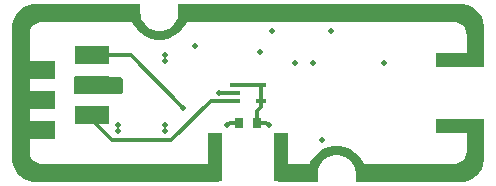
<source format=gtl>
G04*
G04 #@! TF.GenerationSoftware,Altium Limited,Altium Designer,20.1.14 (287)*
G04*
G04 Layer_Physical_Order=1*
G04 Layer_Color=25308*
%FSLAX43Y43*%
%MOMM*%
G71*
G04*
G04 #@! TF.SameCoordinates,8E6D0AED-6584-4932-AFB8-F401DEA6884B*
G04*
G04*
G04 #@! TF.FilePolarity,Positive*
G04*
G01*
G75*
%ADD11C,0.300*%
%ADD14R,4.100X1.250*%
%ADD15R,1.250X4.100*%
%ADD16R,3.000X1.500*%
%ADD17R,0.850X0.400*%
%ADD18R,0.700X0.900*%
%ADD25C,0.500*%
G36*
X18583Y7423D02*
X18947Y7272D01*
X19275Y7054D01*
X19553Y6775D01*
X19772Y6447D01*
X19923Y6083D01*
X20000Y5697D01*
X20000Y5500D01*
X20000D01*
X20000Y5500D01*
X20000Y2500D01*
X18500D01*
X18500Y5000D01*
X18495Y5098D01*
X18457Y5290D01*
X18382Y5471D01*
X18273Y5634D01*
X18134Y5773D01*
X17971Y5882D01*
X17790Y5957D01*
X17627Y5990D01*
X17617Y5991D01*
X17617D01*
X17598Y5995D01*
X17500Y6000D01*
X17500Y6000D01*
X17500Y6000D01*
X17375Y6000D01*
X-5208Y6000D01*
X-5285Y5816D01*
X-5558Y5406D01*
X-5906Y5058D01*
X-6316Y4785D01*
X-6771Y4596D01*
X-7254Y4500D01*
X-7500Y4500D01*
X-7746Y4500D01*
X-8229Y4596D01*
X-8684Y4785D01*
X-9094Y5058D01*
X-9442Y5406D01*
X-9715Y5816D01*
X-9792Y6000D01*
X-17500D01*
X-17598Y5995D01*
X-17790Y5957D01*
X-17971Y5882D01*
X-18134Y5773D01*
X-18273Y5634D01*
X-18382Y5471D01*
X-18457Y5290D01*
X-18495Y5098D01*
X-18500Y5000D01*
Y-5000D01*
X-18495Y-5098D01*
X-18457Y-5290D01*
X-18382Y-5471D01*
X-18273Y-5634D01*
X-18134Y-5773D01*
X-17971Y-5882D01*
X-17790Y-5957D01*
X-17598Y-5995D01*
X-17500Y-6000D01*
X-17500Y-6000D01*
X-2500Y-6000D01*
Y-7500D01*
X-18000Y-7500D01*
X-18197Y-7500D01*
X-18583Y-7423D01*
X-18947Y-7272D01*
X-19275Y-7054D01*
X-19554Y-6775D01*
X-19772Y-6447D01*
X-19923Y-6083D01*
X-20000Y-5697D01*
X-20000Y-5500D01*
X-20000Y-5500D01*
Y5500D01*
X-20000Y5697D01*
X-19923Y6083D01*
X-19772Y6447D01*
X-19554Y6775D01*
X-19275Y7053D01*
X-18947Y7272D01*
X-18583Y7423D01*
X-18197Y7500D01*
X-18000Y7500D01*
X-18000Y7500D01*
X-9105D01*
X-9105Y7000D01*
D01*
X-9105Y6850D01*
X-9105Y6775D01*
Y6717D01*
X-9100Y6692D01*
Y6667D01*
X-9048Y6406D01*
X-9039Y6383D01*
X-9034Y6359D01*
X-8938Y6127D01*
X-8932Y6113D01*
X-8918Y6092D01*
X-8908Y6069D01*
X-8761Y5848D01*
X-8743Y5830D01*
X-8729Y5809D01*
X-8541Y5621D01*
X-8520Y5607D01*
X-8502Y5589D01*
X-8281Y5442D01*
X-8258Y5432D01*
X-8237Y5418D01*
X-7991Y5316D01*
X-7967Y5311D01*
X-7944Y5302D01*
X-7683Y5250D01*
X-7658D01*
X-7633Y5245D01*
X-7500Y5245D01*
X-7367Y5245D01*
X-7342Y5250D01*
X-7317D01*
X-7056Y5302D01*
X-7033Y5311D01*
X-7009Y5316D01*
X-6763Y5418D01*
X-6742Y5432D01*
X-6719Y5442D01*
X-6498Y5589D01*
X-6480Y5607D01*
X-6459Y5621D01*
X-6271Y5809D01*
X-6257Y5830D01*
X-6239Y5848D01*
X-6092Y6069D01*
X-6082Y6092D01*
X-6068Y6113D01*
X-5966Y6359D01*
X-5961Y6383D01*
X-5952Y6406D01*
X-5900Y6667D01*
Y6692D01*
D01*
X-5895Y6717D01*
X-5895Y6850D01*
Y7000D01*
D01*
X-5895Y7500D01*
X18000Y7500D01*
X18197Y7500D01*
X18583Y7423D01*
D02*
G37*
G36*
X-10930Y1385D02*
X-10930Y1385D01*
Y1385D01*
X-10930D01*
X-10814Y1368D01*
X-10716Y1328D01*
X-10610Y1221D01*
X-10553Y1083D01*
X-10552Y256D01*
X-10553Y256D01*
X-10553Y182D01*
X-10609Y46D01*
X-10713Y-58D01*
X-10850Y-115D01*
X-10924Y-115D01*
X-14750Y-115D01*
Y1385D01*
X-10930Y1385D01*
D02*
G37*
G36*
X20000Y-5500D02*
Y-5697D01*
X19923Y-6083D01*
X19772Y-6447D01*
X19553Y-6775D01*
X19275Y-7054D01*
X18947Y-7272D01*
X18583Y-7423D01*
X18197Y-7500D01*
X18000Y-7500D01*
X9105Y-7500D01*
X9105Y-6850D01*
X9105Y-6850D01*
X9105Y-6717D01*
X9100Y-6692D01*
Y-6667D01*
X9048Y-6406D01*
X9038Y-6383D01*
X9034Y-6359D01*
X8938Y-6127D01*
X8932Y-6113D01*
X8918Y-6092D01*
X8908Y-6069D01*
X8761Y-5848D01*
X8743Y-5830D01*
X8729Y-5809D01*
X8541Y-5621D01*
X8520Y-5607D01*
X8502Y-5589D01*
X8281Y-5442D01*
X8258Y-5432D01*
X8237Y-5418D01*
X7991Y-5316D01*
X7967Y-5312D01*
X7944Y-5302D01*
X7683Y-5250D01*
X7658D01*
X7633Y-5245D01*
X7500Y-5245D01*
X7367Y-5245D01*
X7342Y-5250D01*
X7317D01*
X7056Y-5302D01*
X7033Y-5311D01*
X7009Y-5316D01*
X6763Y-5418D01*
X6742Y-5432D01*
X6719Y-5442D01*
X6498Y-5589D01*
X6480Y-5607D01*
X6459Y-5621D01*
X6271Y-5809D01*
X6257Y-5830D01*
X6239Y-5848D01*
X6092Y-6069D01*
X6082Y-6092D01*
X6068Y-6113D01*
X6062Y-6127D01*
X5966Y-6359D01*
X5961Y-6383D01*
X5952Y-6406D01*
X5900Y-6667D01*
Y-6692D01*
X5895Y-6717D01*
X5895Y-6850D01*
Y-7500D01*
X2500D01*
Y-6000D01*
X5208D01*
X5285Y-5816D01*
X5558Y-5406D01*
X5906Y-5058D01*
X6316Y-4785D01*
X6771Y-4596D01*
X7254Y-4500D01*
X7500Y-4500D01*
X7746Y-4500D01*
X8229Y-4596D01*
X8684Y-4785D01*
X9094Y-5058D01*
X9442Y-5406D01*
X9715Y-5816D01*
X9792Y-6000D01*
X17500D01*
X17598Y-5995D01*
X17790Y-5957D01*
X17971Y-5882D01*
X18134Y-5773D01*
X18273Y-5634D01*
X18382Y-5471D01*
X18457Y-5290D01*
X18495Y-5098D01*
X18500Y-5000D01*
X18500Y-5000D01*
X18500Y-2500D01*
X20000D01*
X20000Y-5500D01*
D02*
G37*
D11*
X-3150Y-650D02*
X-1125D01*
X-11500Y-4000D02*
X-6500D01*
X-3150Y-650D01*
X-13250Y3175D02*
X-9925D01*
X-5500Y-1250D02*
X-5500D01*
X-9925Y3175D02*
X-5500Y-1250D01*
X-13250Y-2250D02*
Y-1905D01*
Y-2250D02*
X-11500Y-4000D01*
X-1750Y-2750D02*
X-1500Y-2500D01*
X-750D01*
X-2500Y0D02*
X-1125D01*
X1554Y-2500D02*
X1768Y-2714D01*
X750Y-2500D02*
X1554D01*
X750D02*
X785Y-2465D01*
Y-1565D01*
X1125Y-1225D01*
Y-650D01*
Y650D01*
X-1125D02*
X1125D01*
D14*
X17950Y2775D02*
D03*
Y-2775D02*
D03*
D15*
X2775Y-5450D02*
D03*
X-2775D02*
D03*
D16*
X-13250Y-1905D02*
D03*
X-17750Y-3175D02*
D03*
Y-635D02*
D03*
Y1905D02*
D03*
X-13250Y635D02*
D03*
Y3175D02*
D03*
D17*
X-1125Y650D02*
D03*
Y0D02*
D03*
Y-650D02*
D03*
X1125D02*
D03*
Y650D02*
D03*
D18*
X-750Y-2500D02*
D03*
X750D02*
D03*
D25*
X1000Y3500D02*
D03*
X-5500Y-1250D02*
D03*
X-11000Y6750D02*
D03*
X-4250D02*
D03*
X-4500Y4000D02*
D03*
X7000Y5250D02*
D03*
X-19250Y-5250D02*
D03*
Y5250D02*
D03*
X19250Y5000D02*
D03*
Y-5000D02*
D03*
X18250Y-6750D02*
D03*
X16000D02*
D03*
X13750D02*
D03*
X11500D02*
D03*
X4750D02*
D03*
X18250Y6750D02*
D03*
X16000D02*
D03*
X13750D02*
D03*
X11500D02*
D03*
X9250D02*
D03*
X7000D02*
D03*
X4750D02*
D03*
X2500D02*
D03*
X250D02*
D03*
X-2000D02*
D03*
X-13250D02*
D03*
X-15500D02*
D03*
X-17750D02*
D03*
Y-6750D02*
D03*
X-15500D02*
D03*
X-13250D02*
D03*
X-11000D02*
D03*
X-8750D02*
D03*
X-6500D02*
D03*
X-4250D02*
D03*
X-10928Y254D02*
D03*
Y1016D02*
D03*
X-1750Y-2750D02*
D03*
X-11000Y-3250D02*
D03*
Y-2750D02*
D03*
X-7000Y-3250D02*
D03*
Y-2750D02*
D03*
X6250Y-4000D02*
D03*
X-7000Y3250D02*
D03*
Y2750D02*
D03*
X-2500Y0D02*
D03*
X1768Y-2714D02*
D03*
X11500Y2500D02*
D03*
X2000Y5250D02*
D03*
X5500Y2500D02*
D03*
X4000D02*
D03*
M02*

</source>
